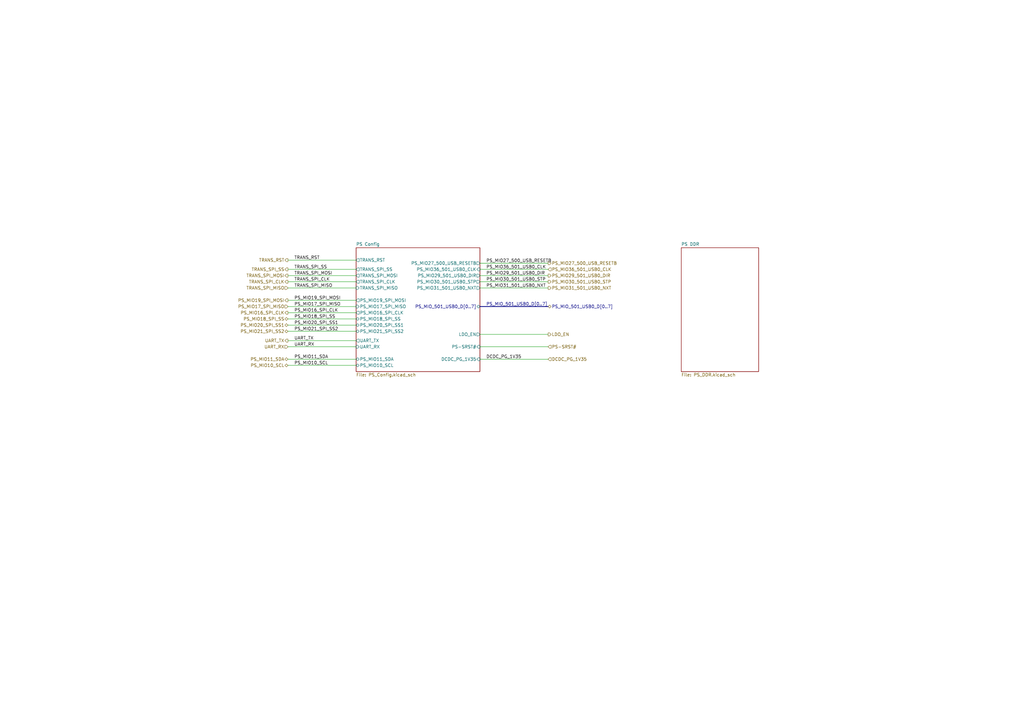
<source format=kicad_sch>
(kicad_sch (version 20220104) (generator eeschema)

  (uuid d0f621f5-2862-4441-b7d8-636f3a5badc0)

  (paper "A3")

  (lib_symbols
  )


  (wire (pts (xy 118.11 147.32) (xy 146.05 147.32))
    (stroke (width 0) (type default))
    (uuid 00099311-29d3-4068-a16f-44daec5b54bd)
  )
  (wire (pts (xy 196.85 113.03) (xy 224.79 113.03))
    (stroke (width 0) (type default))
    (uuid 0996683c-eacb-4080-afb5-3b344a7021e1)
  )
  (wire (pts (xy 118.11 135.89) (xy 146.05 135.89))
    (stroke (width 0) (type default))
    (uuid 3180fc27-d2a3-4851-a6e6-85e17ced141d)
  )
  (wire (pts (xy 118.11 118.11) (xy 146.05 118.11))
    (stroke (width 0) (type default))
    (uuid 33fb0cfe-8938-426a-8dd4-9bfdcb7e5993)
  )
  (bus (pts (xy 224.79 125.73) (xy 196.85 125.73))
    (stroke (width 0) (type default))
    (uuid 38aa62f3-d111-499a-9cff-10d1799b663d)
  )

  (wire (pts (xy 196.85 107.95) (xy 224.79 107.95))
    (stroke (width 0) (type default))
    (uuid 458320f7-5640-42bd-8f8a-21b6535636fa)
  )
  (wire (pts (xy 196.85 147.32) (xy 224.79 147.32))
    (stroke (width 0) (type default))
    (uuid 478134d2-e3f6-439f-8f40-fe2ea2435dfd)
  )
  (wire (pts (xy 118.11 133.35) (xy 146.05 133.35))
    (stroke (width 0) (type default))
    (uuid 4e06a914-71a5-434f-8345-943a9634cce7)
  )
  (wire (pts (xy 196.85 110.49) (xy 224.79 110.49))
    (stroke (width 0) (type default))
    (uuid 5f3ca16b-70d3-445c-8d9a-8676ede32bb9)
  )
  (wire (pts (xy 196.85 115.57) (xy 224.79 115.57))
    (stroke (width 0) (type default))
    (uuid 73ae2132-45d9-4483-b2bf-8706c3688c0e)
  )
  (wire (pts (xy 118.11 130.81) (xy 146.05 130.81))
    (stroke (width 0) (type default))
    (uuid 75fbe72a-69c6-4f80-82a6-b0284fae4563)
  )
  (wire (pts (xy 118.11 128.27) (xy 146.05 128.27))
    (stroke (width 0) (type default))
    (uuid 77e5cfd3-36b4-46d9-935a-8b9dd5b1d070)
  )
  (wire (pts (xy 118.11 139.7) (xy 146.05 139.7))
    (stroke (width 0) (type default))
    (uuid 8f12ae28-2427-4e26-81bb-94b2d1f389dc)
  )
  (wire (pts (xy 118.11 110.49) (xy 146.05 110.49))
    (stroke (width 0) (type default))
    (uuid b5aa7185-6d40-4c53-a248-144940e51af9)
  )
  (wire (pts (xy 196.85 118.11) (xy 224.79 118.11))
    (stroke (width 0) (type default))
    (uuid bd7d1a2e-07b0-44b3-8391-c582e70cb72e)
  )
  (wire (pts (xy 118.11 113.03) (xy 146.05 113.03))
    (stroke (width 0) (type default))
    (uuid c1b26d1a-782b-4cad-be3c-a62a735e8ebd)
  )
  (wire (pts (xy 118.11 115.57) (xy 146.05 115.57))
    (stroke (width 0) (type default))
    (uuid d70903ea-5594-4f1c-9077-b9dbfa7d9c3b)
  )
  (wire (pts (xy 118.11 125.73) (xy 146.05 125.73))
    (stroke (width 0) (type default))
    (uuid d98565ab-d231-4249-9c0e-a89fb630ba06)
  )
  (wire (pts (xy 118.11 142.24) (xy 146.05 142.24))
    (stroke (width 0) (type default))
    (uuid db05c836-53fa-4182-96a5-d086df92e3cf)
  )
  (wire (pts (xy 196.85 137.16) (xy 224.79 137.16))
    (stroke (width 0) (type default))
    (uuid e3ce0dbb-572a-487e-a9c6-4b31381a9007)
  )
  (wire (pts (xy 118.11 149.86) (xy 146.05 149.86))
    (stroke (width 0) (type default))
    (uuid e7098b85-047c-4777-98e9-5d66b7750db7)
  )
  (wire (pts (xy 118.11 106.68) (xy 146.05 106.68))
    (stroke (width 0) (type default))
    (uuid eb3e2799-931d-46f1-bc6f-ab3afe039ee3)
  )
  (wire (pts (xy 196.85 142.24) (xy 224.79 142.24))
    (stroke (width 0) (type default))
    (uuid f3b671e8-6c8e-42de-95fd-8b28e6c960d9)
  )
  (wire (pts (xy 118.11 123.19) (xy 146.05 123.19))
    (stroke (width 0) (type default))
    (uuid f41d0f0e-a297-4728-80e1-56a9e6761938)
  )

  (label "PS_MIO16_SPI_CLK" (at 120.65 128.27 0) (fields_autoplaced)
    (effects (font (size 1.27 1.27)) (justify left bottom))
    (uuid 09fc4447-d9af-4166-872e-f42a90f5e14a)
  )
  (label "PS_MIO27_500_USB_RESETB" (at 199.39 107.95 0) (fields_autoplaced)
    (effects (font (size 1.27 1.27)) (justify left bottom))
    (uuid 0d1c36a5-ad23-49cb-94ae-d678a5896b0c)
  )
  (label "TRANS_SPI_MOSI" (at 120.65 113.03 0) (fields_autoplaced)
    (effects (font (size 1.27 1.27)) (justify left bottom))
    (uuid 2393d3e3-54bb-43b2-8591-806d5ed4e4f8)
  )
  (label "PS_MIO20_SPI_SS1" (at 120.65 133.35 0) (fields_autoplaced)
    (effects (font (size 1.27 1.27)) (justify left bottom))
    (uuid 2fe7e061-c2e0-443d-ab7e-cc8f00832af0)
  )
  (label "PS_MIO18_SPI_SS" (at 120.65 130.81 0) (fields_autoplaced)
    (effects (font (size 1.27 1.27)) (justify left bottom))
    (uuid 4680a7d9-17ae-434c-a2ca-740d1e019c57)
  )
  (label "PS_MIO21_SPI_SS2" (at 120.65 135.89 0) (fields_autoplaced)
    (effects (font (size 1.27 1.27)) (justify left bottom))
    (uuid 481cf59f-ad0c-4089-89af-f6667a94ffd4)
  )
  (label "PS_MIO36_501_USB0_CLK" (at 199.39 110.49 0) (fields_autoplaced)
    (effects (font (size 1.27 1.27)) (justify left bottom))
    (uuid 4ff2d826-30cf-4344-ae1c-7e90fd3275f1)
  )
  (label "PS_MIO30_501_USB0_STP" (at 199.39 115.57 0) (fields_autoplaced)
    (effects (font (size 1.27 1.27)) (justify left bottom))
    (uuid 500c2fbb-77d5-4cdf-bb9d-a9ef964b035a)
  )
  (label "TRANS_SPI_SS" (at 120.65 110.49 0) (fields_autoplaced)
    (effects (font (size 1.27 1.27)) (justify left bottom))
    (uuid 5f3c77b7-5210-4f3c-82c1-860395d336dc)
  )
  (label "TRANS_SPI_MISO" (at 120.65 118.11 0) (fields_autoplaced)
    (effects (font (size 1.27 1.27)) (justify left bottom))
    (uuid 5f732613-dbcb-462d-a4dc-356603e0d152)
  )
  (label "PS_MIO31_501_USB0_NXT" (at 199.39 118.11 0) (fields_autoplaced)
    (effects (font (size 1.27 1.27)) (justify left bottom))
    (uuid 5fc2edc2-c6c8-428a-8ecf-68cc89ff58fd)
  )
  (label "TRANS_RST" (at 120.65 106.68 0) (fields_autoplaced)
    (effects (font (size 1.27 1.27)) (justify left bottom))
    (uuid 644070b6-5573-4690-858e-304c0bc7e41a)
  )
  (label "PS_MIO10_SCL" (at 120.65 149.86 0) (fields_autoplaced)
    (effects (font (size 1.27 1.27)) (justify left bottom))
    (uuid 6a4b22cf-4cea-41ef-a1bb-095d7344f33b)
  )
  (label "PS_MIO11_SDA" (at 120.65 147.32 0) (fields_autoplaced)
    (effects (font (size 1.27 1.27)) (justify left bottom))
    (uuid 7f686928-95c1-43db-ac7a-1c9a6eac889a)
  )
  (label "TRANS_SPI_CLK" (at 120.65 115.57 0) (fields_autoplaced)
    (effects (font (size 1.27 1.27)) (justify left bottom))
    (uuid 831dd5a5-0e7f-479c-a6cb-2d1b02dfe183)
  )
  (label "UART_RX" (at 120.65 142.24 0) (fields_autoplaced)
    (effects (font (size 1.27 1.27)) (justify left bottom))
    (uuid 855e22b6-3663-4ae7-aca0-1d9257e72c02)
  )
  (label "DCDC_PG_1V35" (at 199.39 147.32 0) (fields_autoplaced)
    (effects (font (size 1.27 1.27)) (justify left bottom))
    (uuid 9a95a924-a461-459f-9a8d-e249cd70c899)
  )
  (label "PS_MIO29_501_USB0_DIR" (at 199.39 113.03 0) (fields_autoplaced)
    (effects (font (size 1.27 1.27)) (justify left bottom))
    (uuid 9e70dd66-982d-4b5d-9a86-94f01715f057)
  )
  (label "PS_MIO17_SPI_MISO" (at 120.65 125.73 0) (fields_autoplaced)
    (effects (font (size 1.27 1.27)) (justify left bottom))
    (uuid cf72b891-381e-4934-bae1-2e2503f95fbc)
  )
  (label "PS_MIO19_SPI_MOSI" (at 120.65 123.19 0) (fields_autoplaced)
    (effects (font (size 1.27 1.27)) (justify left bottom))
    (uuid e0148370-c003-4ab3-bbb5-2cba1853c5a9)
  )
  (label "UART_TX" (at 120.65 139.7 0) (fields_autoplaced)
    (effects (font (size 1.27 1.27)) (justify left bottom))
    (uuid e15b2c5e-b2ad-4960-a84c-fef8dbbd9c24)
  )
  (label "PS_MIO_501_USB0_D[0..7]" (at 199.39 125.73 0) (fields_autoplaced)
    (effects (font (size 1.27 1.27)) (justify left bottom))
    (uuid e64e00ef-670d-4c63-8628-67041d0edb7f)
  )

  (hierarchical_label "DCDC_PG_1V35" (shape input) (at 224.79 147.32 0) (fields_autoplaced)
    (effects (font (size 1.27 1.27)) (justify left))
    (uuid 09b0e96b-4f9b-4aad-b227-99f19a248aa5)
  )
  (hierarchical_label "PS_MIO29_501_USB0_DIR" (shape output) (at 224.79 113.03 0) (fields_autoplaced)
    (effects (font (size 1.27 1.27)) (justify left))
    (uuid 13d81a26-37ec-45cb-9519-e1428dc5d93a)
  )
  (hierarchical_label "PS_MIO27_500_USB_RESETB" (shape output) (at 224.79 107.95 0) (fields_autoplaced)
    (effects (font (size 1.27 1.27)) (justify left))
    (uuid 14fb8b89-fb45-43c9-ab7e-fab3f1cf713d)
  )
  (hierarchical_label "TRANS_RST" (shape output) (at 118.11 106.68 180) (fields_autoplaced)
    (effects (font (size 1.27 1.27)) (justify right))
    (uuid 15d30172-7b84-4c0f-853a-42d9a4292a46)
  )
  (hierarchical_label "UART_RX" (shape input) (at 118.11 142.24 180) (fields_autoplaced)
    (effects (font (size 1.27 1.27)) (justify right))
    (uuid 17466090-cce8-4a02-aa26-4fdd8ec84d98)
  )
  (hierarchical_label "PS_MIO20_SPI_SS1" (shape bidirectional) (at 118.11 133.35 180) (fields_autoplaced)
    (effects (font (size 1.27 1.27)) (justify right))
    (uuid 27f90e68-571e-47a2-a063-1eda166393a2)
  )
  (hierarchical_label "PS_MIO19_SPI_MOSI" (shape output) (at 118.11 123.19 180) (fields_autoplaced)
    (effects (font (size 1.27 1.27)) (justify right))
    (uuid 4190f832-d22b-4974-b5ce-1daf7be0086c)
  )
  (hierarchical_label "PS_MIO21_SPI_SS2" (shape bidirectional) (at 118.11 135.89 180) (fields_autoplaced)
    (effects (font (size 1.27 1.27)) (justify right))
    (uuid 44b67ce8-6bc2-4858-8e79-437fbe511227)
  )
  (hierarchical_label "PS_MIO36_501_USB0_CLK" (shape input) (at 224.79 110.49 0) (fields_autoplaced)
    (effects (font (size 1.27 1.27)) (justify left))
    (uuid 50876315-08bc-423b-8996-2531eb13a3c2)
  )
  (hierarchical_label "UART_TX" (shape output) (at 118.11 139.7 180) (fields_autoplaced)
    (effects (font (size 1.27 1.27)) (justify right))
    (uuid 54a2b793-ee69-4691-bd52-8b01a84a7820)
  )
  (hierarchical_label "TRANS_SPI_SS" (shape output) (at 118.11 110.49 180) (fields_autoplaced)
    (effects (font (size 1.27 1.27)) (justify right))
    (uuid 6184ddbf-8b0a-498f-a7f3-78973839cc6d)
  )
  (hierarchical_label "PS_MIO_501_USB0_D[0..7]" (shape bidirectional) (at 224.79 125.73 0) (fields_autoplaced)
    (effects (font (size 1.27 1.27)) (justify left))
    (uuid 904943b0-9d50-4b69-a085-a16f41f1dd60)
  )
  (hierarchical_label "PS_MIO18_SPI_SS" (shape bidirectional) (at 118.11 130.81 180) (fields_autoplaced)
    (effects (font (size 1.27 1.27)) (justify right))
    (uuid 96043a06-df13-488b-83fd-d7b49eed8099)
  )
  (hierarchical_label "PS_MIO17_SPI_MISO" (shape input) (at 118.11 125.73 180) (fields_autoplaced)
    (effects (font (size 1.27 1.27)) (justify right))
    (uuid a003c450-bfb5-4a99-8e30-be1f614987c5)
  )
  (hierarchical_label "PS_MIO31_501_USB0_NXT" (shape output) (at 224.79 118.11 0) (fields_autoplaced)
    (effects (font (size 1.27 1.27)) (justify left))
    (uuid a4f83fb6-9330-4351-bdb9-4b397c057738)
  )
  (hierarchical_label "PS_MIO11_SDA" (shape bidirectional) (at 118.11 147.32 180) (fields_autoplaced)
    (effects (font (size 1.27 1.27)) (justify right))
    (uuid c0229b74-71ca-4b13-bfef-ff9b3b62b1bf)
  )
  (hierarchical_label "TRANS_SPI_MISO" (shape input) (at 118.11 118.11 180) (fields_autoplaced)
    (effects (font (size 1.27 1.27)) (justify right))
    (uuid cd3fa7fa-4d24-44d4-9216-58ae3aeb2d17)
  )
  (hierarchical_label "PS_MIO10_SCL" (shape bidirectional) (at 118.11 149.86 180) (fields_autoplaced)
    (effects (font (size 1.27 1.27)) (justify right))
    (uuid dc6a9f5a-5b15-47df-b64a-7ee3761305a2)
  )
  (hierarchical_label "PS_MIO30_501_USB0_STP" (shape output) (at 224.79 115.57 0) (fields_autoplaced)
    (effects (font (size 1.27 1.27)) (justify left))
    (uuid e8947ac3-27ff-4877-b9a0-becf91f341a3)
  )
  (hierarchical_label "TRANS_SPI_CLK" (shape output) (at 118.11 115.57 180) (fields_autoplaced)
    (effects (font (size 1.27 1.27)) (justify right))
    (uuid efc689ff-f132-4e65-babc-5797863c5f35)
  )
  (hierarchical_label "PS_MIO16_SPI_CLK" (shape output) (at 118.11 128.27 180) (fields_autoplaced)
    (effects (font (size 1.27 1.27)) (justify right))
    (uuid f3b41f28-62d5-4cf3-8343-32b778033ac8)
  )
  (hierarchical_label "TRANS_SPI_MOSI" (shape output) (at 118.11 113.03 180) (fields_autoplaced)
    (effects (font (size 1.27 1.27)) (justify right))
    (uuid f6232da5-acf4-49a5-8654-ccd0b76104a4)
  )
  (hierarchical_label "LDO_EN" (shape output) (at 224.79 137.16 0) (fields_autoplaced)
    (effects (font (size 1.27 1.27)) (justify left))
    (uuid f81723a4-590a-4255-82ac-321358bea0a7)
  )
  (hierarchical_label "PS-SRST#" (shape input) (at 224.79 142.24 0) (fields_autoplaced)
    (effects (font (size 1.27 1.27)) (justify left))
    (uuid fc71cef1-bbdd-4d74-9cc1-5ac6442a8eb7)
  )

  (sheet (at 146.05 101.6) (size 50.8 50.8) (fields_autoplaced)
    (stroke (width 0.1524) (type solid))
    (fill (color 0 0 0 0.0000))
    (uuid 87d5bad7-9677-46e4-90d9-9d7b66b6831a)
    (property "Sheetname" "PS Config" (id 0) (at 146.05 100.8884 0)
      (effects (font (size 1.27 1.27)) (justify left bottom))
    )
    (property "Sheetfile" "PS_Config.kicad_sch" (id 1) (at 146.05 152.9846 0)
      (effects (font (size 1.27 1.27)) (justify left top))
    )
    (pin "TRANS_SPI_SS" output (at 146.05 110.49 180)
      (effects (font (size 1.27 1.27)) (justify left))
      (uuid a477eac6-e10b-4026-a3e8-34e9f7c49158)
    )
    (pin "TRANS_SPI_MOSI" output (at 146.05 113.03 180)
      (effects (font (size 1.27 1.27)) (justify left))
      (uuid 3c524d0e-280b-4d9f-99df-240055f8ed99)
    )
    (pin "TRANS_SPI_CLK" output (at 146.05 115.57 180)
      (effects (font (size 1.27 1.27)) (justify left))
      (uuid c0fff0d5-c4c2-4d1d-82d2-da58a6c9edc5)
    )
    (pin "TRANS_SPI_MISO" input (at 146.05 118.11 180)
      (effects (font (size 1.27 1.27)) (justify left))
      (uuid e20261a6-aaf6-46bf-881a-3b65efaf0171)
    )
    (pin "PS_MIO21_SPI_SS2" bidirectional (at 146.05 135.89 180)
      (effects (font (size 1.27 1.27)) (justify left))
      (uuid 37d9561a-db8b-46d7-8bba-d585f84eacc0)
    )
    (pin "PS_MIO29_501_USB0_DIR" output (at 196.85 113.03 0)
      (effects (font (size 1.27 1.27)) (justify right))
      (uuid d51d3edb-7c65-4b03-ab57-ec311fef8d0e)
    )
    (pin "PS_MIO18_SPI_SS" bidirectional (at 146.05 130.81 180)
      (effects (font (size 1.27 1.27)) (justify left))
      (uuid fd08d922-700b-4e45-a9d7-6f3086357030)
    )
    (pin "PS_MIO16_SPI_CLK" output (at 146.05 128.27 180)
      (effects (font (size 1.27 1.27)) (justify left))
      (uuid 0c8497a4-4fb1-424d-a1b0-1c7942e9dd49)
    )
    (pin "PS_MIO17_SPI_MISO" input (at 146.05 125.73 180)
      (effects (font (size 1.27 1.27)) (justify left))
      (uuid 81e9d6ba-2a93-48fe-a2f4-672a1f81fb90)
    )
    (pin "PS_MIO19_SPI_MOSI" output (at 146.05 123.19 180)
      (effects (font (size 1.27 1.27)) (justify left))
      (uuid 5bd3a86f-fb90-4e8d-9130-8cd997c70125)
    )
    (pin "PS_MIO20_SPI_SS1" bidirectional (at 146.05 133.35 180)
      (effects (font (size 1.27 1.27)) (justify left))
      (uuid 4cff744a-a6ed-4483-a932-603de834e555)
    )
    (pin "PS_MIO30_501_USB0_STP" output (at 196.85 115.57 0)
      (effects (font (size 1.27 1.27)) (justify right))
      (uuid 778100ae-d360-458e-913d-6b174d5bb153)
    )
    (pin "PS_MIO31_501_USB0_NXT" output (at 196.85 118.11 0)
      (effects (font (size 1.27 1.27)) (justify right))
      (uuid 3b9a2733-38ad-4266-9dd6-b86c8c71db87)
    )
    (pin "PS_MIO27_500_USB_RESETB" output (at 196.85 107.95 0)
      (effects (font (size 1.27 1.27)) (justify right))
      (uuid 5c76373b-57c0-43f7-979e-8a631ef8ec76)
    )
    (pin "PS_MIO36_501_USB0_CLK" input (at 196.85 110.49 0)
      (effects (font (size 1.27 1.27)) (justify right))
      (uuid e761b1bd-b950-4c02-ae59-0b11fe3e1aaa)
    )
    (pin "UART_TX" output (at 146.05 139.7 180)
      (effects (font (size 1.27 1.27)) (justify left))
      (uuid 4e59b3c2-c890-420f-89b8-e61550f9d35b)
    )
    (pin "DCDC_PG_1V35" input (at 196.85 147.32 0)
      (effects (font (size 1.27 1.27)) (justify right))
      (uuid 41cca319-0cf7-40d3-90b6-c11115314c02)
    )
    (pin "UART_RX" input (at 146.05 142.24 180)
      (effects (font (size 1.27 1.27)) (justify left))
      (uuid 36a84188-49e1-4803-b744-860311707280)
    )
    (pin "PS_MIO11_SDA" bidirectional (at 146.05 147.32 180)
      (effects (font (size 1.27 1.27)) (justify left))
      (uuid 856dd041-8143-4dbd-ab86-74defb513ea9)
    )
    (pin "PS_MIO10_SCL" bidirectional (at 146.05 149.86 180)
      (effects (font (size 1.27 1.27)) (justify left))
      (uuid 48b00384-6bae-4360-93cc-5c10171c4504)
    )
    (pin "PS-SRST#" input (at 196.85 142.24 0)
      (effects (font (size 1.27 1.27)) (justify right))
      (uuid 003a3d79-9a61-4a98-b42b-bb708159be12)
    )
    (pin "LDO_EN" output (at 196.85 137.16 0)
      (effects (font (size 1.27 1.27)) (justify right))
      (uuid b5d6ab3d-b246-40a5-946a-139a72e14ece)
    )
    (pin "PS_MIO_501_USB0_D[0..7]" bidirectional (at 196.85 125.73 0)
      (effects (font (size 1.27 1.27)) (justify right))
      (uuid 2b11fc26-6312-4737-86d0-71c1b4b670d5)
    )
    (pin "TRANS_RST" output (at 146.05 106.68 180)
      (effects (font (size 1.27 1.27)) (justify left))
      (uuid 608133fa-efd3-4ca3-a4fa-210f16a929b4)
    )
  )

  (sheet (at 279.4 101.6) (size 31.75 50.8) (fields_autoplaced)
    (stroke (width 0.1524) (type solid))
    (fill (color 0 0 0 0.0000))
    (uuid c13a3f82-5977-4125-9db0-4da7429e3b84)
    (property "Sheetname" "PS DDR" (id 0) (at 279.4 100.8884 0)
      (effects (font (size 1.27 1.27)) (justify left bottom))
    )
    (property "Sheetfile" "PS_DDR.kicad_sch" (id 1) (at 279.4 152.9846 0)
      (effects (font (size 1.27 1.27)) (justify left top))
    )
  )
)

</source>
